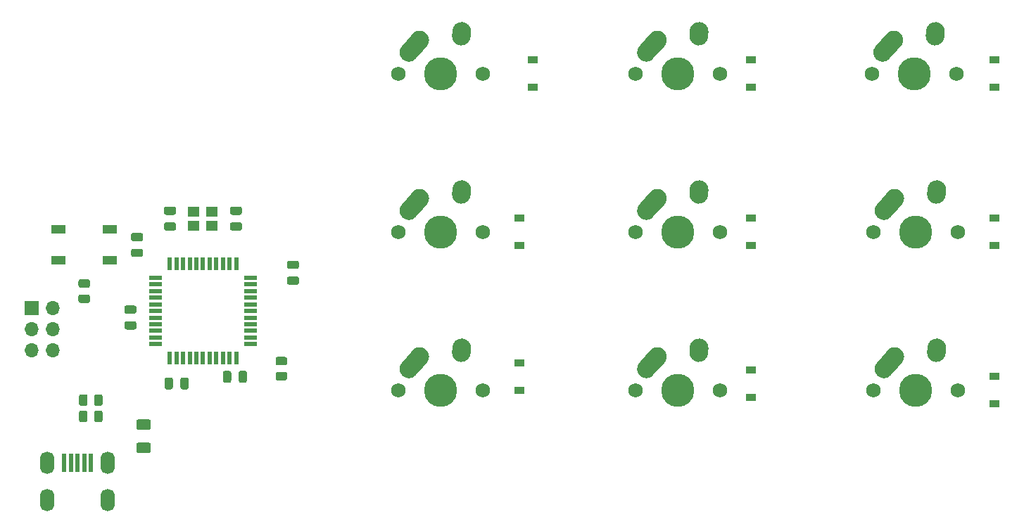
<source format=gbs>
%TF.GenerationSoftware,KiCad,Pcbnew,(5.1.10-1-10_14)*%
%TF.CreationDate,2021-07-24T22:10:12-05:00*%
%TF.ProjectId,Untitled,556e7469-746c-4656-942e-6b696361645f,rev?*%
%TF.SameCoordinates,Original*%
%TF.FileFunction,Soldermask,Bot*%
%TF.FilePolarity,Negative*%
%FSLAX46Y46*%
G04 Gerber Fmt 4.6, Leading zero omitted, Abs format (unit mm)*
G04 Created by KiCad (PCBNEW (5.1.10-1-10_14)) date 2021-07-24 22:10:12*
%MOMM*%
%LPD*%
G01*
G04 APERTURE LIST*
%ADD10O,1.700000X1.700000*%
%ADD11R,1.700000X1.700000*%
%ADD12R,0.500000X2.250000*%
%ADD13O,1.700000X2.700000*%
%ADD14C,1.750000*%
%ADD15C,2.250000*%
%ADD16C,3.987800*%
%ADD17R,1.200000X0.900000*%
%ADD18R,1.400000X1.200000*%
%ADD19R,1.500000X0.550000*%
%ADD20R,0.550000X1.500000*%
%ADD21R,1.800000X1.100000*%
G04 APERTURE END LIST*
D10*
%TO.C,J1*%
X46990000Y-101600000D03*
X44450000Y-101600000D03*
X46990000Y-99060000D03*
X44450000Y-99060000D03*
X46990000Y-96520000D03*
D11*
X44450000Y-96520000D03*
%TD*%
D12*
%TO.C,USB1*%
X48406250Y-115134000D03*
X49206250Y-115134000D03*
X50006250Y-115134000D03*
X50806250Y-115134000D03*
X51606250Y-115134000D03*
D13*
X53656250Y-115134000D03*
X46356250Y-115134000D03*
X46356250Y-119634000D03*
X53656250Y-119634000D03*
%TD*%
D14*
%TO.C,MX9*%
X155733750Y-68262500D03*
X145573750Y-68262500D03*
D15*
X148153750Y-64262500D03*
D16*
X150653750Y-68262500D03*
G36*
G01*
X146092438Y-66559850D02*
X146092433Y-66559845D01*
G75*
G02*
X146006405Y-64971183I751317J837345D01*
G01*
X147316407Y-63511183D01*
G75*
G02*
X148905069Y-63425155I837345J-751317D01*
G01*
X148905069Y-63425155D01*
G75*
G02*
X148991097Y-65013817I-751317J-837345D01*
G01*
X147681095Y-66473817D01*
G75*
G02*
X146092433Y-66559845I-837345J751317D01*
G01*
G37*
D15*
X153193750Y-63182500D03*
G36*
G01*
X153077233Y-64884895D02*
X153076347Y-64884834D01*
G75*
G02*
X152031416Y-63685097I77403J1122334D01*
G01*
X152071416Y-63105097D01*
G75*
G02*
X153271153Y-62060166I1122334J-77403D01*
G01*
X153271153Y-62060166D01*
G75*
G02*
X154316084Y-63259903I-77403J-1122334D01*
G01*
X154276084Y-63839903D01*
G75*
G02*
X153076347Y-64884834I-1122334J77403D01*
G01*
G37*
%TD*%
D14*
%TO.C,MX5*%
X98742500Y-106362500D03*
X88582500Y-106362500D03*
D15*
X91162500Y-102362500D03*
D16*
X93662500Y-106362500D03*
G36*
G01*
X89101188Y-104659850D02*
X89101183Y-104659845D01*
G75*
G02*
X89015155Y-103071183I751317J837345D01*
G01*
X90325157Y-101611183D01*
G75*
G02*
X91913819Y-101525155I837345J-751317D01*
G01*
X91913819Y-101525155D01*
G75*
G02*
X91999847Y-103113817I-751317J-837345D01*
G01*
X90689845Y-104573817D01*
G75*
G02*
X89101183Y-104659845I-837345J751317D01*
G01*
G37*
D15*
X96202500Y-101282500D03*
G36*
G01*
X96085983Y-102984895D02*
X96085097Y-102984834D01*
G75*
G02*
X95040166Y-101785097I77403J1122334D01*
G01*
X95080166Y-101205097D01*
G75*
G02*
X96279903Y-100160166I1122334J-77403D01*
G01*
X96279903Y-100160166D01*
G75*
G02*
X97324834Y-101359903I-77403J-1122334D01*
G01*
X97284834Y-101939903D01*
G75*
G02*
X96085097Y-102984834I-1122334J77403D01*
G01*
G37*
%TD*%
D14*
%TO.C,MX1*%
X98742500Y-68262500D03*
X88582500Y-68262500D03*
D15*
X91162500Y-64262500D03*
D16*
X93662500Y-68262500D03*
G36*
G01*
X89101188Y-66559850D02*
X89101183Y-66559845D01*
G75*
G02*
X89015155Y-64971183I751317J837345D01*
G01*
X90325157Y-63511183D01*
G75*
G02*
X91913819Y-63425155I837345J-751317D01*
G01*
X91913819Y-63425155D01*
G75*
G02*
X91999847Y-65013817I-751317J-837345D01*
G01*
X90689845Y-66473817D01*
G75*
G02*
X89101183Y-66559845I-837345J751317D01*
G01*
G37*
D15*
X96202500Y-63182500D03*
G36*
G01*
X96085983Y-64884895D02*
X96085097Y-64884834D01*
G75*
G02*
X95040166Y-63685097I77403J1122334D01*
G01*
X95080166Y-63105097D01*
G75*
G02*
X96279903Y-62060166I1122334J-77403D01*
G01*
X96279903Y-62060166D01*
G75*
G02*
X97324834Y-63259903I-77403J-1122334D01*
G01*
X97284834Y-63839903D01*
G75*
G02*
X96085097Y-64884834I-1122334J77403D01*
G01*
G37*
%TD*%
D14*
%TO.C,MX6*%
X127317500Y-106362500D03*
X117157500Y-106362500D03*
D15*
X119737500Y-102362500D03*
D16*
X122237500Y-106362500D03*
G36*
G01*
X117676188Y-104659850D02*
X117676183Y-104659845D01*
G75*
G02*
X117590155Y-103071183I751317J837345D01*
G01*
X118900157Y-101611183D01*
G75*
G02*
X120488819Y-101525155I837345J-751317D01*
G01*
X120488819Y-101525155D01*
G75*
G02*
X120574847Y-103113817I-751317J-837345D01*
G01*
X119264845Y-104573817D01*
G75*
G02*
X117676183Y-104659845I-837345J751317D01*
G01*
G37*
D15*
X124777500Y-101282500D03*
G36*
G01*
X124660983Y-102984895D02*
X124660097Y-102984834D01*
G75*
G02*
X123615166Y-101785097I77403J1122334D01*
G01*
X123655166Y-101205097D01*
G75*
G02*
X124854903Y-100160166I1122334J-77403D01*
G01*
X124854903Y-100160166D01*
G75*
G02*
X125899834Y-101359903I-77403J-1122334D01*
G01*
X125859834Y-101939903D01*
G75*
G02*
X124660097Y-102984834I-1122334J77403D01*
G01*
G37*
%TD*%
D14*
%TO.C,MX8*%
X155892500Y-106362500D03*
X145732500Y-106362500D03*
D15*
X148312500Y-102362500D03*
D16*
X150812500Y-106362500D03*
G36*
G01*
X146251188Y-104659850D02*
X146251183Y-104659845D01*
G75*
G02*
X146165155Y-103071183I751317J837345D01*
G01*
X147475157Y-101611183D01*
G75*
G02*
X149063819Y-101525155I837345J-751317D01*
G01*
X149063819Y-101525155D01*
G75*
G02*
X149149847Y-103113817I-751317J-837345D01*
G01*
X147839845Y-104573817D01*
G75*
G02*
X146251183Y-104659845I-837345J751317D01*
G01*
G37*
D15*
X153352500Y-101282500D03*
G36*
G01*
X153235983Y-102984895D02*
X153235097Y-102984834D01*
G75*
G02*
X152190166Y-101785097I77403J1122334D01*
G01*
X152230166Y-101205097D01*
G75*
G02*
X153429903Y-100160166I1122334J-77403D01*
G01*
X153429903Y-100160166D01*
G75*
G02*
X154474834Y-101359903I-77403J-1122334D01*
G01*
X154434834Y-101939903D01*
G75*
G02*
X153235097Y-102984834I-1122334J77403D01*
G01*
G37*
%TD*%
D14*
%TO.C,MX7*%
X155892500Y-87312500D03*
X145732500Y-87312500D03*
D15*
X148312500Y-83312500D03*
D16*
X150812500Y-87312500D03*
G36*
G01*
X146251188Y-85609850D02*
X146251183Y-85609845D01*
G75*
G02*
X146165155Y-84021183I751317J837345D01*
G01*
X147475157Y-82561183D01*
G75*
G02*
X149063819Y-82475155I837345J-751317D01*
G01*
X149063819Y-82475155D01*
G75*
G02*
X149149847Y-84063817I-751317J-837345D01*
G01*
X147839845Y-85523817D01*
G75*
G02*
X146251183Y-85609845I-837345J751317D01*
G01*
G37*
D15*
X153352500Y-82232500D03*
G36*
G01*
X153235983Y-83934895D02*
X153235097Y-83934834D01*
G75*
G02*
X152190166Y-82735097I77403J1122334D01*
G01*
X152230166Y-82155097D01*
G75*
G02*
X153429903Y-81110166I1122334J-77403D01*
G01*
X153429903Y-81110166D01*
G75*
G02*
X154474834Y-82309903I-77403J-1122334D01*
G01*
X154434834Y-82889903D01*
G75*
G02*
X153235097Y-83934834I-1122334J77403D01*
G01*
G37*
%TD*%
D17*
%TO.C,D9*%
X160337500Y-66612500D03*
X160337500Y-69912500D03*
%TD*%
%TO.C,D8*%
X160337500Y-104712500D03*
X160337500Y-108012500D03*
%TD*%
%TO.C,D7*%
X160337500Y-85662500D03*
X160337500Y-88962500D03*
%TD*%
%TO.C,D6*%
X130968750Y-103918750D03*
X130968750Y-107218750D03*
%TD*%
%TO.C,D5*%
X103187500Y-103125000D03*
X103187500Y-106425000D03*
%TD*%
D18*
%TO.C,Y1*%
X66187500Y-86575000D03*
X63987500Y-86575000D03*
X63987500Y-84875000D03*
X66187500Y-84875000D03*
%TD*%
D19*
%TO.C,U1*%
X59387500Y-100837500D03*
X59387500Y-100037500D03*
X59387500Y-99237500D03*
X59387500Y-98437500D03*
X59387500Y-97637500D03*
X59387500Y-96837500D03*
X59387500Y-96037500D03*
X59387500Y-95237500D03*
X59387500Y-94437500D03*
X59387500Y-93637500D03*
X59387500Y-92837500D03*
D20*
X61087500Y-91137500D03*
X61887500Y-91137500D03*
X62687500Y-91137500D03*
X63487500Y-91137500D03*
X64287500Y-91137500D03*
X65087500Y-91137500D03*
X65887500Y-91137500D03*
X66687500Y-91137500D03*
X67487500Y-91137500D03*
X68287500Y-91137500D03*
X69087500Y-91137500D03*
D19*
X70787500Y-92837500D03*
X70787500Y-93637500D03*
X70787500Y-94437500D03*
X70787500Y-95237500D03*
X70787500Y-96037500D03*
X70787500Y-96837500D03*
X70787500Y-97637500D03*
X70787500Y-98437500D03*
X70787500Y-99237500D03*
X70787500Y-100037500D03*
X70787500Y-100837500D03*
D20*
X69087500Y-102537500D03*
X68287500Y-102537500D03*
X67487500Y-102537500D03*
X66687500Y-102537500D03*
X65887500Y-102537500D03*
X65087500Y-102537500D03*
X64287500Y-102537500D03*
X63487500Y-102537500D03*
X62687500Y-102537500D03*
X61887500Y-102537500D03*
X61087500Y-102537500D03*
%TD*%
D21*
%TO.C,SW1*%
X53900000Y-87050000D03*
X47700000Y-90750000D03*
X53900000Y-90750000D03*
X47700000Y-87050000D03*
%TD*%
%TO.C,R4*%
G36*
G01*
X74967252Y-105215750D02*
X74067248Y-105215750D01*
G75*
G02*
X73817250Y-104965752I0J249998D01*
G01*
X73817250Y-104440748D01*
G75*
G02*
X74067248Y-104190750I249998J0D01*
G01*
X74967252Y-104190750D01*
G75*
G02*
X75217250Y-104440748I0J-249998D01*
G01*
X75217250Y-104965752D01*
G75*
G02*
X74967252Y-105215750I-249998J0D01*
G01*
G37*
G36*
G01*
X74967252Y-103390750D02*
X74067248Y-103390750D01*
G75*
G02*
X73817250Y-103140752I0J249998D01*
G01*
X73817250Y-102615748D01*
G75*
G02*
X74067248Y-102365750I249998J0D01*
G01*
X74967252Y-102365750D01*
G75*
G02*
X75217250Y-102615748I0J-249998D01*
G01*
X75217250Y-103140752D01*
G75*
G02*
X74967252Y-103390750I-249998J0D01*
G01*
G37*
%TD*%
%TO.C,R3*%
G36*
G01*
X51250002Y-95881250D02*
X50349998Y-95881250D01*
G75*
G02*
X50100000Y-95631252I0J249998D01*
G01*
X50100000Y-95106248D01*
G75*
G02*
X50349998Y-94856250I249998J0D01*
G01*
X51250002Y-94856250D01*
G75*
G02*
X51500000Y-95106248I0J-249998D01*
G01*
X51500000Y-95631252D01*
G75*
G02*
X51250002Y-95881250I-249998J0D01*
G01*
G37*
G36*
G01*
X51250002Y-94056250D02*
X50349998Y-94056250D01*
G75*
G02*
X50100000Y-93806252I0J249998D01*
G01*
X50100000Y-93281248D01*
G75*
G02*
X50349998Y-93031250I249998J0D01*
G01*
X51250002Y-93031250D01*
G75*
G02*
X51500000Y-93281248I0J-249998D01*
G01*
X51500000Y-93806252D01*
G75*
G02*
X51250002Y-94056250I-249998J0D01*
G01*
G37*
%TD*%
%TO.C,R2*%
G36*
G01*
X50168750Y-109987502D02*
X50168750Y-109087498D01*
G75*
G02*
X50418748Y-108837500I249998J0D01*
G01*
X50943752Y-108837500D01*
G75*
G02*
X51193750Y-109087498I0J-249998D01*
G01*
X51193750Y-109987502D01*
G75*
G02*
X50943752Y-110237500I-249998J0D01*
G01*
X50418748Y-110237500D01*
G75*
G02*
X50168750Y-109987502I0J249998D01*
G01*
G37*
G36*
G01*
X51993750Y-109987502D02*
X51993750Y-109087498D01*
G75*
G02*
X52243748Y-108837500I249998J0D01*
G01*
X52768752Y-108837500D01*
G75*
G02*
X53018750Y-109087498I0J-249998D01*
G01*
X53018750Y-109987502D01*
G75*
G02*
X52768752Y-110237500I-249998J0D01*
G01*
X52243748Y-110237500D01*
G75*
G02*
X51993750Y-109987502I0J249998D01*
G01*
G37*
%TD*%
%TO.C,R1*%
G36*
G01*
X50168750Y-108019002D02*
X50168750Y-107118998D01*
G75*
G02*
X50418748Y-106869000I249998J0D01*
G01*
X50943752Y-106869000D01*
G75*
G02*
X51193750Y-107118998I0J-249998D01*
G01*
X51193750Y-108019002D01*
G75*
G02*
X50943752Y-108269000I-249998J0D01*
G01*
X50418748Y-108269000D01*
G75*
G02*
X50168750Y-108019002I0J249998D01*
G01*
G37*
G36*
G01*
X51993750Y-108019002D02*
X51993750Y-107118998D01*
G75*
G02*
X52243748Y-106869000I249998J0D01*
G01*
X52768752Y-106869000D01*
G75*
G02*
X53018750Y-107118998I0J-249998D01*
G01*
X53018750Y-108019002D01*
G75*
G02*
X52768752Y-108269000I-249998J0D01*
G01*
X52243748Y-108269000D01*
G75*
G02*
X51993750Y-108019002I0J249998D01*
G01*
G37*
%TD*%
D14*
%TO.C,MX2*%
X127317500Y-68262500D03*
X117157500Y-68262500D03*
D15*
X119737500Y-64262500D03*
D16*
X122237500Y-68262500D03*
G36*
G01*
X117676188Y-66559850D02*
X117676183Y-66559845D01*
G75*
G02*
X117590155Y-64971183I751317J837345D01*
G01*
X118900157Y-63511183D01*
G75*
G02*
X120488819Y-63425155I837345J-751317D01*
G01*
X120488819Y-63425155D01*
G75*
G02*
X120574847Y-65013817I-751317J-837345D01*
G01*
X119264845Y-66473817D01*
G75*
G02*
X117676183Y-66559845I-837345J751317D01*
G01*
G37*
D15*
X124777500Y-63182500D03*
G36*
G01*
X124660983Y-64884895D02*
X124660097Y-64884834D01*
G75*
G02*
X123615166Y-63685097I77403J1122334D01*
G01*
X123655166Y-63105097D01*
G75*
G02*
X124854903Y-62060166I1122334J-77403D01*
G01*
X124854903Y-62060166D01*
G75*
G02*
X125899834Y-63259903I-77403J-1122334D01*
G01*
X125859834Y-63839903D01*
G75*
G02*
X124660097Y-64884834I-1122334J77403D01*
G01*
G37*
%TD*%
D14*
%TO.C,MX4*%
X127317500Y-87312500D03*
X117157500Y-87312500D03*
D15*
X119737500Y-83312500D03*
D16*
X122237500Y-87312500D03*
G36*
G01*
X117676188Y-85609850D02*
X117676183Y-85609845D01*
G75*
G02*
X117590155Y-84021183I751317J837345D01*
G01*
X118900157Y-82561183D01*
G75*
G02*
X120488819Y-82475155I837345J-751317D01*
G01*
X120488819Y-82475155D01*
G75*
G02*
X120574847Y-84063817I-751317J-837345D01*
G01*
X119264845Y-85523817D01*
G75*
G02*
X117676183Y-85609845I-837345J751317D01*
G01*
G37*
D15*
X124777500Y-82232500D03*
G36*
G01*
X124660983Y-83934895D02*
X124660097Y-83934834D01*
G75*
G02*
X123615166Y-82735097I77403J1122334D01*
G01*
X123655166Y-82155097D01*
G75*
G02*
X124854903Y-81110166I1122334J-77403D01*
G01*
X124854903Y-81110166D01*
G75*
G02*
X125899834Y-82309903I-77403J-1122334D01*
G01*
X125859834Y-82889903D01*
G75*
G02*
X124660097Y-83934834I-1122334J77403D01*
G01*
G37*
%TD*%
D14*
%TO.C,MX3*%
X98742500Y-87312500D03*
X88582500Y-87312500D03*
D15*
X91162500Y-83312500D03*
D16*
X93662500Y-87312500D03*
G36*
G01*
X89101188Y-85609850D02*
X89101183Y-85609845D01*
G75*
G02*
X89015155Y-84021183I751317J837345D01*
G01*
X90325157Y-82561183D01*
G75*
G02*
X91913819Y-82475155I837345J-751317D01*
G01*
X91913819Y-82475155D01*
G75*
G02*
X91999847Y-84063817I-751317J-837345D01*
G01*
X90689845Y-85523817D01*
G75*
G02*
X89101183Y-85609845I-837345J751317D01*
G01*
G37*
D15*
X96202500Y-82232500D03*
G36*
G01*
X96085983Y-83934895D02*
X96085097Y-83934834D01*
G75*
G02*
X95040166Y-82735097I77403J1122334D01*
G01*
X95080166Y-82155097D01*
G75*
G02*
X96279903Y-81110166I1122334J-77403D01*
G01*
X96279903Y-81110166D01*
G75*
G02*
X97324834Y-82309903I-77403J-1122334D01*
G01*
X97284834Y-82889903D01*
G75*
G02*
X96085097Y-83934834I-1122334J77403D01*
G01*
G37*
%TD*%
%TO.C,F1*%
G36*
G01*
X57318750Y-109893750D02*
X58568750Y-109893750D01*
G75*
G02*
X58818750Y-110143750I0J-250000D01*
G01*
X58818750Y-110893750D01*
G75*
G02*
X58568750Y-111143750I-250000J0D01*
G01*
X57318750Y-111143750D01*
G75*
G02*
X57068750Y-110893750I0J250000D01*
G01*
X57068750Y-110143750D01*
G75*
G02*
X57318750Y-109893750I250000J0D01*
G01*
G37*
G36*
G01*
X57318750Y-112693750D02*
X58568750Y-112693750D01*
G75*
G02*
X58818750Y-112943750I0J-250000D01*
G01*
X58818750Y-113693750D01*
G75*
G02*
X58568750Y-113943750I-250000J0D01*
G01*
X57318750Y-113943750D01*
G75*
G02*
X57068750Y-113693750I0J250000D01*
G01*
X57068750Y-112943750D01*
G75*
G02*
X57318750Y-112693750I250000J0D01*
G01*
G37*
%TD*%
D17*
%TO.C,D2*%
X130968750Y-66612500D03*
X130968750Y-69912500D03*
%TD*%
%TO.C,D4*%
X130968750Y-85662500D03*
X130968750Y-88962500D03*
%TD*%
%TO.C,D3*%
X103187500Y-85662500D03*
X103187500Y-88962500D03*
%TD*%
%TO.C,D1*%
X104775000Y-66612500D03*
X104775000Y-69912500D03*
%TD*%
%TO.C,C7*%
G36*
G01*
X55881250Y-96181250D02*
X56831250Y-96181250D01*
G75*
G02*
X57081250Y-96431250I0J-250000D01*
G01*
X57081250Y-96931250D01*
G75*
G02*
X56831250Y-97181250I-250000J0D01*
G01*
X55881250Y-97181250D01*
G75*
G02*
X55631250Y-96931250I0J250000D01*
G01*
X55631250Y-96431250D01*
G75*
G02*
X55881250Y-96181250I250000J0D01*
G01*
G37*
G36*
G01*
X55881250Y-98081250D02*
X56831250Y-98081250D01*
G75*
G02*
X57081250Y-98331250I0J-250000D01*
G01*
X57081250Y-98831250D01*
G75*
G02*
X56831250Y-99081250I-250000J0D01*
G01*
X55881250Y-99081250D01*
G75*
G02*
X55631250Y-98831250I0J250000D01*
G01*
X55631250Y-98331250D01*
G75*
G02*
X55881250Y-98081250I250000J0D01*
G01*
G37*
%TD*%
%TO.C,C6*%
G36*
G01*
X70379250Y-104300000D02*
X70379250Y-105250000D01*
G75*
G02*
X70129250Y-105500000I-250000J0D01*
G01*
X69629250Y-105500000D01*
G75*
G02*
X69379250Y-105250000I0J250000D01*
G01*
X69379250Y-104300000D01*
G75*
G02*
X69629250Y-104050000I250000J0D01*
G01*
X70129250Y-104050000D01*
G75*
G02*
X70379250Y-104300000I0J-250000D01*
G01*
G37*
G36*
G01*
X68479250Y-104300000D02*
X68479250Y-105250000D01*
G75*
G02*
X68229250Y-105500000I-250000J0D01*
G01*
X67729250Y-105500000D01*
G75*
G02*
X67479250Y-105250000I0J250000D01*
G01*
X67479250Y-104300000D01*
G75*
G02*
X67729250Y-104050000I250000J0D01*
G01*
X68229250Y-104050000D01*
G75*
G02*
X68479250Y-104300000I0J-250000D01*
G01*
G37*
%TD*%
%TO.C,C5*%
G36*
G01*
X76389250Y-93683750D02*
X75439250Y-93683750D01*
G75*
G02*
X75189250Y-93433750I0J250000D01*
G01*
X75189250Y-92933750D01*
G75*
G02*
X75439250Y-92683750I250000J0D01*
G01*
X76389250Y-92683750D01*
G75*
G02*
X76639250Y-92933750I0J-250000D01*
G01*
X76639250Y-93433750D01*
G75*
G02*
X76389250Y-93683750I-250000J0D01*
G01*
G37*
G36*
G01*
X76389250Y-91783750D02*
X75439250Y-91783750D01*
G75*
G02*
X75189250Y-91533750I0J250000D01*
G01*
X75189250Y-91033750D01*
G75*
G02*
X75439250Y-90783750I250000J0D01*
G01*
X76389250Y-90783750D01*
G75*
G02*
X76639250Y-91033750I0J-250000D01*
G01*
X76639250Y-91533750D01*
G75*
G02*
X76389250Y-91783750I-250000J0D01*
G01*
G37*
%TD*%
%TO.C,C4*%
G36*
G01*
X60643750Y-84275000D02*
X61593750Y-84275000D01*
G75*
G02*
X61843750Y-84525000I0J-250000D01*
G01*
X61843750Y-85025000D01*
G75*
G02*
X61593750Y-85275000I-250000J0D01*
G01*
X60643750Y-85275000D01*
G75*
G02*
X60393750Y-85025000I0J250000D01*
G01*
X60393750Y-84525000D01*
G75*
G02*
X60643750Y-84275000I250000J0D01*
G01*
G37*
G36*
G01*
X60643750Y-86175000D02*
X61593750Y-86175000D01*
G75*
G02*
X61843750Y-86425000I0J-250000D01*
G01*
X61843750Y-86925000D01*
G75*
G02*
X61593750Y-87175000I-250000J0D01*
G01*
X60643750Y-87175000D01*
G75*
G02*
X60393750Y-86925000I0J250000D01*
G01*
X60393750Y-86425000D01*
G75*
G02*
X60643750Y-86175000I250000J0D01*
G01*
G37*
%TD*%
%TO.C,C3*%
G36*
G01*
X69531250Y-87175000D02*
X68581250Y-87175000D01*
G75*
G02*
X68331250Y-86925000I0J250000D01*
G01*
X68331250Y-86425000D01*
G75*
G02*
X68581250Y-86175000I250000J0D01*
G01*
X69531250Y-86175000D01*
G75*
G02*
X69781250Y-86425000I0J-250000D01*
G01*
X69781250Y-86925000D01*
G75*
G02*
X69531250Y-87175000I-250000J0D01*
G01*
G37*
G36*
G01*
X69531250Y-85275000D02*
X68581250Y-85275000D01*
G75*
G02*
X68331250Y-85025000I0J250000D01*
G01*
X68331250Y-84525000D01*
G75*
G02*
X68581250Y-84275000I250000J0D01*
G01*
X69531250Y-84275000D01*
G75*
G02*
X69781250Y-84525000I0J-250000D01*
G01*
X69781250Y-85025000D01*
G75*
G02*
X69531250Y-85275000I-250000J0D01*
G01*
G37*
%TD*%
%TO.C,C2*%
G36*
G01*
X57625000Y-90350000D02*
X56675000Y-90350000D01*
G75*
G02*
X56425000Y-90100000I0J250000D01*
G01*
X56425000Y-89600000D01*
G75*
G02*
X56675000Y-89350000I250000J0D01*
G01*
X57625000Y-89350000D01*
G75*
G02*
X57875000Y-89600000I0J-250000D01*
G01*
X57875000Y-90100000D01*
G75*
G02*
X57625000Y-90350000I-250000J0D01*
G01*
G37*
G36*
G01*
X57625000Y-88450000D02*
X56675000Y-88450000D01*
G75*
G02*
X56425000Y-88200000I0J250000D01*
G01*
X56425000Y-87700000D01*
G75*
G02*
X56675000Y-87450000I250000J0D01*
G01*
X57625000Y-87450000D01*
G75*
G02*
X57875000Y-87700000I0J-250000D01*
G01*
X57875000Y-88200000D01*
G75*
G02*
X57625000Y-88450000I-250000J0D01*
G01*
G37*
%TD*%
%TO.C,C1*%
G36*
G01*
X60462500Y-106043750D02*
X60462500Y-105093750D01*
G75*
G02*
X60712500Y-104843750I250000J0D01*
G01*
X61212500Y-104843750D01*
G75*
G02*
X61462500Y-105093750I0J-250000D01*
G01*
X61462500Y-106043750D01*
G75*
G02*
X61212500Y-106293750I-250000J0D01*
G01*
X60712500Y-106293750D01*
G75*
G02*
X60462500Y-106043750I0J250000D01*
G01*
G37*
G36*
G01*
X62362500Y-106043750D02*
X62362500Y-105093750D01*
G75*
G02*
X62612500Y-104843750I250000J0D01*
G01*
X63112500Y-104843750D01*
G75*
G02*
X63362500Y-105093750I0J-250000D01*
G01*
X63362500Y-106043750D01*
G75*
G02*
X63112500Y-106293750I-250000J0D01*
G01*
X62612500Y-106293750D01*
G75*
G02*
X62362500Y-106043750I0J250000D01*
G01*
G37*
%TD*%
M02*

</source>
